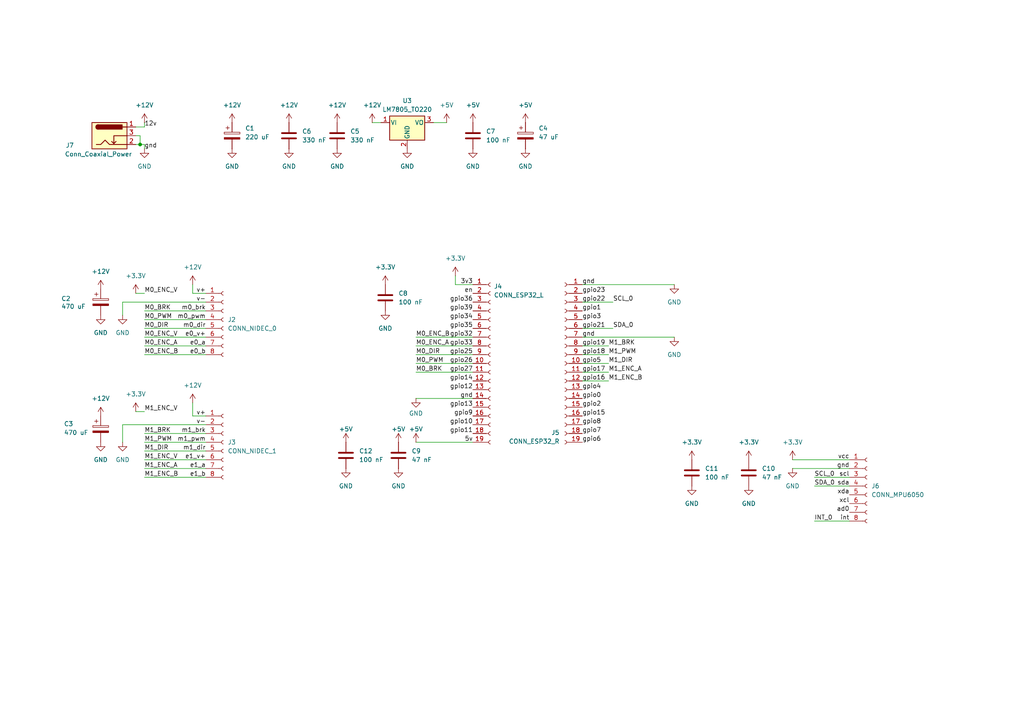
<source format=kicad_sch>
(kicad_sch (version 20250114) (generator "eeschema") (generator_version "9.0")
  (paper "A4")
  (lib_symbols
    (symbol "Connector:Barrel_Jack_Switch" (pin_names (hide yes))
      (property "Reference" "J" (at 0 5.334 0))
      (property "Value" "Barrel_Jack_Switch" (at 0 -5.08 0))
      (symbol "Barrel_Jack_Switch_0_1"
        (rectangle (start -5.08 3.81) (end 5.08 -3.81) (stroke (width 0.254)) (fill (type background)))
        (polyline (pts (xy -3.81 -2.54) (xy -2.54 -2.54) (xy -1.27 -1.27) (xy 0 -2.54) (xy 2.54 -2.54) (xy 5.08 -2.54)) (stroke (width 0.254)))
        (arc (start -3.302 1.905) (mid -3.9343 2.54) (end -3.302 3.175) (stroke (width 0.254)))
        (arc (start -3.302 1.905) (mid -3.9343 2.54) (end -3.302 3.175) (stroke (width 0.254)) (fill (type outline)))
        (polyline (pts (xy 1.27 -2.286) (xy 1.905 -1.651)) (stroke (width 0.254)))
        (rectangle (start 3.683 3.175) (end -3.302 1.905) (stroke (width 0.254)) (fill (type outline)))
        (polyline (pts (xy 5.08 2.54) (xy 3.81 2.54)) (stroke (width 0.254)))
        (polyline (pts (xy 5.08 0) (xy 1.27 0) (xy 1.27 -2.286) (xy 0.635 -1.651)) (stroke (width 0.254)))
      )
      (symbol "Barrel_Jack_Switch_1_1"
        (pin passive line (at 7.62 2.54 180) (length 2.54) (name "~") (number "1"))
        (pin passive line (at 7.62 0 180) (length 2.54) (name "~") (number "3"))
        (pin passive line (at 7.62 -2.54 180) (length 2.54) (name "~") (number "2"))
      )
    )
    (symbol "Connector:Conn_01x08_Socket" (pin_names (offset 1.016) (hide yes))
      (property "Reference" "J" (at 0 10.16 0))
      (property "Value" "Conn_01x08_Socket" (at 0 -12.7 0))
      (symbol "Conn_01x08_Socket_1_1"
        (polyline (pts (xy -1.27 7.62) (xy -0.508 7.62)) (stroke (width 0.1524)))
        (polyline (pts (xy -1.27 5.08) (xy -0.508 5.08)) (stroke (width 0.1524)))
        (polyline (pts (xy -1.27 2.54) (xy -0.508 2.54)) (stroke (width 0.1524)))
        (polyline (pts (xy -1.27 0) (xy -0.508 0)) (stroke (width 0.1524)))
        (polyline (pts (xy -1.27 -2.54) (xy -0.508 -2.54)) (stroke (width 0.1524)))
        (polyline (pts (xy -1.27 -5.08) (xy -0.508 -5.08)) (stroke (width 0.1524)))
        (polyline (pts (xy -1.27 -7.62) (xy -0.508 -7.62)) (stroke (width 0.1524)))
        (polyline (pts (xy -1.27 -10.16) (xy -0.508 -10.16)) (stroke (width 0.1524)))
        (arc (start 0 7.112) (mid -0.5058 7.62) (end 0 8.128) (stroke (width 0.1524)))
        (arc (start 0 4.572) (mid -0.5058 5.08) (end 0 5.588) (stroke (width 0.1524)))
        (arc (start 0 2.032) (mid -0.5058 2.54) (end 0 3.048) (stroke (width 0.1524)))
        (arc (start 0 -0.508) (mid -0.5058 0) (end 0 0.508) (stroke (width 0.1524)))
        (arc (start 0 -3.048) (mid -0.5058 -2.54) (end 0 -2.032) (stroke (width 0.1524)))
        (arc (start 0 -5.588) (mid -0.5058 -5.08) (end 0 -4.572) (stroke (width 0.1524)))
        (arc (start 0 -8.128) (mid -0.5058 -7.62) (end 0 -7.112) (stroke (width 0.1524)))
        (arc (start 0 -10.668) (mid -0.5058 -10.16) (end 0 -9.652) (stroke (width 0.1524)))
        (pin passive line (at -5.08 7.62 0) (length 3.81) (name "Pin_1") (number "1"))
        (pin passive line (at -5.08 5.08 0) (length 3.81) (name "Pin_2") (number "2"))
        (pin passive line (at -5.08 2.54 0) (length 3.81) (name "Pin_3") (number "3"))
        (pin passive line (at -5.08 0 0) (length 3.81) (name "Pin_4") (number "4"))
        (pin passive line (at -5.08 -2.54 0) (length 3.81) (name "Pin_5") (number "5"))
        (pin passive line (at -5.08 -5.08 0) (length 3.81) (name "Pin_6") (number "6"))
        (pin passive line (at -5.08 -7.62 0) (length 3.81) (name "Pin_7") (number "7"))
        (pin passive line (at -5.08 -10.16 0) (length 3.81) (name "Pin_8") (number "8"))
      )
    )
    (symbol "Connector:Conn_01x19_Socket" (pin_names (offset 1.016) (hide yes))
      (property "Reference" "J" (at 0 25.4 0))
      (property "Value" "Conn_01x19_Socket" (at 0 -25.4 0))
      (symbol "Conn_01x19_Socket_1_1"
        (polyline (pts (xy -1.27 22.86) (xy -0.508 22.86)) (stroke (width 0.1524)))
        (polyline (pts (xy -1.27 20.32) (xy -0.508 20.32)) (stroke (width 0.1524)))
        (polyline (pts (xy -1.27 17.78) (xy -0.508 17.78)) (stroke (width 0.1524)))
        (polyline (pts (xy -1.27 15.24) (xy -0.508 15.24)) (stroke (width 0.1524)))
        (polyline (pts (xy -1.27 12.7) (xy -0.508 12.7)) (stroke (width 0.1524)))
        (polyline (pts (xy -1.27 10.16) (xy -0.508 10.16)) (stroke (width 0.1524)))
        (polyline (pts (xy -1.27 7.62) (xy -0.508 7.62)) (stroke (width 0.1524)))
        (polyline (pts (xy -1.27 5.08) (xy -0.508 5.08)) (stroke (width 0.1524)))
        (polyline (pts (xy -1.27 2.54) (xy -0.508 2.54)) (stroke (width 0.1524)))
        (polyline (pts (xy -1.27 0) (xy -0.508 0)) (stroke (width 0.1524)))
        (polyline (pts (xy -1.27 -2.54) (xy -0.508 -2.54)) (stroke (width 0.1524)))
        (polyline (pts (xy -1.27 -5.08) (xy -0.508 -5.08)) (stroke (width 0.1524)))
        (polyline (pts (xy -1.27 -7.62) (xy -0.508 -7.62)) (stroke (width 0.1524)))
        (polyline (pts (xy -1.27 -10.16) (xy -0.508 -10.16)) (stroke (width 0.1524)))
        (polyline (pts (xy -1.27 -12.7) (xy -0.508 -12.7)) (stroke (width 0.1524)))
        (polyline (pts (xy -1.27 -15.24) (xy -0.508 -15.24)) (stroke (width 0.1524)))
        (polyline (pts (xy -1.27 -17.78) (xy -0.508 -17.78)) (stroke (width 0.1524)))
        (polyline (pts (xy -1.27 -20.32) (xy -0.508 -20.32)) (stroke (width 0.1524)))
        (polyline (pts (xy -1.27 -22.86) (xy -0.508 -22.86)) (stroke (width 0.1524)))
        (arc (start 0 22.352) (mid -0.5058 22.86) (end 0 23.368) (stroke (width 0.1524)))
        (arc (start 0 19.812) (mid -0.5058 20.32) (end 0 20.828) (stroke (width 0.1524)))
        (arc (start 0 17.272) (mid -0.5058 17.78) (end 0 18.288) (stroke (width 0.1524)))
        (arc (start 0 14.732) (mid -0.5058 15.24) (end 0 15.748) (stroke (width 0.1524)))
        (arc (start 0 12.192) (mid -0.5058 12.7) (end 0 13.208) (stroke (width 0.1524)))
        (arc (start 0 9.652) (mid -0.5058 10.16) (end 0 10.668) (stroke (width 0.1524)))
        (arc (start 0 7.112) (mid -0.5058 7.62) (end 0 8.128) (stroke (width 0.1524)))
        (arc (start 0 4.572) (mid -0.5058 5.08) (end 0 5.588) (stroke (width 0.1524)))
        (arc (start 0 2.032) (mid -0.5058 2.54) (end 0 3.048) (stroke (width 0.1524)))
        (arc (start 0 -0.508) (mid -0.5058 0) (end 0 0.508) (stroke (width 0.1524)))
        (arc (start 0 -3.048) (mid -0.5058 -2.54) (end 0 -2.032) (stroke (width 0.1524)))
        (arc (start 0 -5.588) (mid -0.5058 -5.08) (end 0 -4.572) (stroke (width 0.1524)))
        (arc (start 0 -8.128) (mid -0.5058 -7.62) (end 0 -7.112) (stroke (width 0.1524)))
        (arc (start 0 -10.668) (mid -0.5058 -10.16) (end 0 -9.652) (stroke (width 0.1524)))
        (arc (start 0 -13.208) (mid -0.5058 -12.7) (end 0 -12.192) (stroke (width 0.1524)))
        (arc (start 0 -15.748) (mid -0.5058 -15.24) (end 0 -14.732) (stroke (width 0.1524)))
        (arc (start 0 -18.288) (mid -0.5058 -17.78) (end 0 -17.272) (stroke (width 0.1524)))
        (arc (start 0 -20.828) (mid -0.5058 -20.32) (end 0 -19.812) (stroke (width 0.1524)))
        (arc (start 0 -23.368) (mid -0.5058 -22.86) (end 0 -22.352) (stroke (width 0.1524)))
        (pin passive line (at -5.08 22.86 0) (length 3.81) (name "Pin_1") (number "1"))
        (pin passive line (at -5.08 20.32 0) (length 3.81) (name "Pin_2") (number "2"))
        (pin passive line (at -5.08 17.78 0) (length 3.81) (name "Pin_3") (number "3"))
        (pin passive line (at -5.08 15.24 0) (length 3.81) (name "Pin_4") (number "4"))
        (pin passive line (at -5.08 12.7 0) (length 3.81) (name "Pin_5") (number "5"))
        (pin passive line (at -5.08 10.16 0) (length 3.81) (name "Pin_6") (number "6"))
        (pin passive line (at -5.08 7.62 0) (length 3.81) (name "Pin_7") (number "7"))
        (pin passive line (at -5.08 5.08 0) (length 3.81) (name "Pin_8") (number "8"))
        (pin passive line (at -5.08 2.54 0) (length 3.81) (name "Pin_9") (number "9"))
        (pin passive line (at -5.08 0 0) (length 3.81) (name "Pin_10") (number "10"))
        (pin passive line (at -5.08 -2.54 0) (length 3.81) (name "Pin_11") (number "11"))
        (pin passive line (at -5.08 -5.08 0) (length 3.81) (name "Pin_12") (number "12"))
        (pin passive line (at -5.08 -7.62 0) (length 3.81) (name "Pin_13") (number "13"))
        (pin passive line (at -5.08 -10.16 0) (length 3.81) (name "Pin_14") (number "14"))
        (pin passive line (at -5.08 -12.7 0) (length 3.81) (name "Pin_15") (number "15"))
        (pin passive line (at -5.08 -15.24 0) (length 3.81) (name "Pin_16") (number "16"))
        (pin passive line (at -5.08 -17.78 0) (length 3.81) (name "Pin_17") (number "17"))
        (pin passive line (at -5.08 -20.32 0) (length 3.81) (name "Pin_18") (number "18"))
        (pin passive line (at -5.08 -22.86 0) (length 3.81) (name "Pin_19") (number "19"))
      )
    )
    (symbol "Device:C" (pin_numbers (hide yes)) (pin_names (offset 0.254))
      (property "Reference" "C" (at 0.635 2.54 0))
      (property "Value" "C" (at 0.635 -2.54 0))
      (symbol "C_0_1"
        (polyline (pts (xy -2.032 0.762) (xy 2.032 0.762)) (stroke (width 0.508)))
        (polyline (pts (xy -2.032 -0.762) (xy 2.032 -0.762)) (stroke (width 0.508)))
      )
      (symbol "C_1_1"
        (pin passive line (at 0 3.81 270) (length 2.794) (name "~") (number "1"))
        (pin passive line (at 0 -3.81 90) (length 2.794) (name "~") (number "2"))
      )
    )
    (symbol "Device:C_Polarized" (pin_numbers (hide yes)) (pin_names (offset 0.254))
      (property "Reference" "C" (at 0.635 2.54 0))
      (property "Value" "C_Polarized" (at 0.635 -2.54 0))
      (symbol "C_Polarized_0_1"
        (rectangle (start -2.286 0.508) (end 2.286 1.016))
        (polyline (pts (xy -1.778 2.286) (xy -0.762 2.286)))
        (polyline (pts (xy -1.27 2.794) (xy -1.27 1.778)))
        (rectangle (start 2.286 -0.508) (end -2.286 -1.016) (fill (type outline)))
      )
      (symbol "C_Polarized_1_1"
        (pin passive line (at 0 3.81 270) (length 2.794) (name "~") (number "1"))
        (pin passive line (at 0 -3.81 90) (length 2.794) (name "~") (number "2"))
      )
    )
    (symbol "Regulator_Linear:LM7805_TO220" (pin_names (offset 0.254))
      (property "Reference" "U" (at -3.81 3.175 0))
      (property "Value" "LM7805_TO220" (at 0 3.175 0))
      (symbol "LM7805_TO220_0_1"
        (rectangle (start -5.08 1.905) (end 5.08 -5.08) (stroke (width 0.254)) (fill (type background)))
      )
      (symbol "LM7805_TO220_1_1"
        (pin power_in line (at -7.62 0 0) (length 2.54) (name "VI") (number "1"))
        (pin power_in line (at 0 -7.62 90) (length 2.54) (name "GND") (number "2"))
        (pin power_out line (at 7.62 0 180) (length 2.54) (name "VO") (number "3"))
      )
    )
    (symbol "power:+12V" (power) (pin_numbers (hide yes)) (pin_names (offset 0) (hide yes))
      (property "Value" "+12V" (at 0 3.556 0))
      (symbol "+12V_0_1"
        (polyline (pts (xy -0.762 1.27) (xy 0 2.54)))
        (polyline (pts (xy 0 2.54) (xy 0.762 1.27)))
        (polyline (pts (xy 0 0) (xy 0 2.54)))
      )
      (symbol "+12V_1_1"
        (pin power_in line (at 0 0 90) (length 0) (name "~") (number "1"))
      )
    )
    (symbol "power:+3.3V" (power) (pin_numbers (hide yes)) (pin_names (offset 0) (hide yes))
      (property "Value" "+3.3V" (at 0 3.556 0))
      (symbol "+3.3V_0_1"
        (polyline (pts (xy -0.762 1.27) (xy 0 2.54)))
        (polyline (pts (xy 0 2.54) (xy 0.762 1.27)))
        (polyline (pts (xy 0 0) (xy 0 2.54)))
      )
      (symbol "+3.3V_1_1"
        (pin power_in line (at 0 0 90) (length 0) (name "~") (number "1"))
      )
    )
    (symbol "power:+5V" (power) (pin_numbers (hide yes)) (pin_names (offset 0) (hide yes))
      (property "Value" "+5V" (at 0 3.556 0))
      (symbol "+5V_0_1"
        (polyline (pts (xy -0.762 1.27) (xy 0 2.54)))
        (polyline (pts (xy 0 2.54) (xy 0.762 1.27)))
        (polyline (pts (xy 0 0) (xy 0 2.54)))
      )
      (symbol "+5V_1_1"
        (pin power_in line (at 0 0 90) (length 0) (name "~") (number "1"))
      )
    )
    (symbol "power:GND" (power) (pin_numbers (hide yes)) (pin_names (offset 0) (hide yes))
      (property "Value" "GND" (at 0 -3.81 0))
      (symbol "GND_0_1"
        (polyline (pts (xy 0 0) (xy 0 -1.27) (xy 1.27 -1.27) (xy 0 -2.54) (xy -1.27 -1.27) (xy 0 -1.27)))
      )
      (symbol "GND_1_1"
        (pin power_in line (at 0 0 270) (length 0) (name "~") (number "1"))
      )
    )
  )
  (junction (at 40.64 41.91))
  (wire (pts (xy 39.37 39.37) (xy 40.64 39.37)))
  (wire (pts (xy 41.91 102.87) (xy 59.69 102.87)))
  (wire (pts (xy 41.91 41.91) (xy 40.64 41.91)))
  (wire (pts (xy 236.22 140.97) (xy 246.38 140.97)))
  (wire (pts (xy 41.91 97.79) (xy 59.69 97.79)))
  (wire (pts (xy 41.91 85.09) (xy 39.37 85.09)))
  (wire (pts (xy 168.91 102.87) (xy 176.53 102.87)))
  (wire (pts (xy 120.65 115.57) (xy 137.16 115.57)))
  (wire (pts (xy 168.91 97.79) (xy 195.58 97.79)))
  (wire (pts (xy 41.91 95.25) (xy 59.69 95.25)))
  (wire (pts (xy 132.08 80.01) (xy 132.08 82.55)))
  (wire (pts (xy 120.65 128.27) (xy 137.16 128.27)))
  (wire (pts (xy 35.56 123.19) (xy 59.69 123.19)))
  (wire (pts (xy 41.91 100.33) (xy 59.69 100.33)))
  (wire (pts (xy 168.91 105.41) (xy 176.53 105.41)))
  (wire (pts (xy 41.91 135.89) (xy 59.69 135.89)))
  (wire (pts (xy 41.91 36.83) (xy 41.91 35.56)))
  (wire (pts (xy 168.91 107.95) (xy 176.53 107.95)))
  (wire (pts (xy 55.88 82.55) (xy 55.88 85.09)))
  (wire (pts (xy 55.88 85.09) (xy 59.69 85.09)))
  (wire (pts (xy 120.65 102.87) (xy 137.16 102.87)))
  (wire (pts (xy 41.91 133.35) (xy 59.69 133.35)))
  (wire (pts (xy 168.91 87.63) (xy 177.8 87.63)))
  (wire (pts (xy 120.65 97.79) (xy 137.16 97.79)))
  (wire (pts (xy 168.91 95.25) (xy 177.8 95.25)))
  (wire (pts (xy 41.91 119.38) (xy 39.37 119.38)))
  (wire (pts (xy 39.37 41.91) (xy 40.64 41.91)))
  (wire (pts (xy 41.91 128.27) (xy 59.69 128.27)))
  (wire (pts (xy 120.65 100.33) (xy 137.16 100.33)))
  (wire (pts (xy 55.88 120.65) (xy 59.69 120.65)))
  (wire (pts (xy 41.91 125.73) (xy 59.69 125.73)))
  (wire (pts (xy 41.91 90.17) (xy 59.69 90.17)))
  (wire (pts (xy 168.91 82.55) (xy 195.58 82.55)))
  (wire (pts (xy 168.91 110.49) (xy 176.53 110.49)))
  (wire (pts (xy 55.88 116.84) (xy 55.88 120.65)))
  (wire (pts (xy 107.95 35.56) (xy 110.49 35.56)))
  (wire (pts (xy 35.56 87.63) (xy 59.69 87.63)))
  (wire (pts (xy 120.65 105.41) (xy 137.16 105.41)))
  (wire (pts (xy 35.56 128.27) (xy 35.56 123.19)))
  (wire (pts (xy 229.87 135.89) (xy 246.38 135.89)))
  (wire (pts (xy 41.91 130.81) (xy 59.69 130.81)))
  (wire (pts (xy 39.37 36.83) (xy 41.91 36.83)))
  (wire (pts (xy 168.91 100.33) (xy 176.53 100.33)))
  (wire (pts (xy 41.91 138.43) (xy 59.69 138.43)))
  (wire (pts (xy 120.65 107.95) (xy 137.16 107.95)))
  (wire (pts (xy 236.22 138.43) (xy 246.38 138.43)))
  (wire (pts (xy 41.91 92.71) (xy 59.69 92.71)))
  (wire (pts (xy 236.22 151.13) (xy 246.38 151.13)))
  (wire (pts (xy 132.08 82.55) (xy 137.16 82.55)))
  (wire (pts (xy 41.91 41.91) (xy 41.91 43.18)))
  (wire (pts (xy 229.87 133.35) (xy 246.38 133.35)))
  (wire (pts (xy 40.64 39.37) (xy 40.64 41.91)))
  (wire (pts (xy 125.73 35.56) (xy 129.54 35.56)))
  (wire (pts (xy 35.56 91.44) (xy 35.56 87.63)))
  (label "gpio13" (at 137.16 118.11 180))
  (label "gpio36" (at 137.16 87.63 180))
  (label "SCL_0" (at 236.22 138.43 0))
  (label "m0_pwm" (at 59.69 92.71 180))
  (label "m1_dir" (at 59.69 130.81 180))
  (label "gnd" (at 168.91 97.79 0))
  (label "gpio33" (at 137.16 100.33 180))
  (label "3v3" (at 137.16 82.55 180))
  (label "gpio22" (at 168.91 87.63 0))
  (label "M0_PWM" (at 120.65 105.41 0))
  (label "gnd" (at 246.38 135.89 180))
  (label "M0_ENC_V" (at 41.91 97.79 0))
  (label "M1_ENC_B" (at 176.53 110.49 0))
  (label "e0_v+" (at 59.69 97.79 180))
  (label "xda" (at 246.38 143.51 180))
  (label "M0_ENC_B" (at 120.65 97.79 0))
  (label "gpio12" (at 137.16 113.03 180))
  (label "gnd" (at 168.91 82.55 0))
  (label "gpio32" (at 137.16 97.79 180))
  (label "gpio14" (at 137.16 110.49 180))
  (label "M1_DIR" (at 176.53 105.41 0))
  (label "M1_ENC_B" (at 41.91 138.43 0))
  (label "gpio17" (at 168.91 107.95 0))
  (label "M1_PWM" (at 176.53 102.87 0))
  (label "SDA_0" (at 177.8 95.25 0))
  (label "5v" (at 137.16 128.27 180))
  (label "M0_BRK" (at 41.91 90.17 0))
  (label "INT_0" (at 236.22 151.13 0))
  (label "e1_v+" (at 59.69 133.35 180))
  (label "M0_ENC_A" (at 41.91 100.33 0))
  (label "v-" (at 59.69 87.63 180))
  (label "M1_PWM" (at 41.91 128.27 0))
  (label "gnd" (at 137.16 115.57 180))
  (label "gpio1" (at 168.91 90.17 0))
  (label "scl" (at 246.38 138.43 180))
  (label "M0_ENC_V" (at 41.91 85.09 0))
  (label "gpio5" (at 168.91 105.41 0))
  (label "gpio8" (at 168.91 123.19 0))
  (label "M1_ENC_V" (at 41.91 119.38 0))
  (label "gpio39" (at 137.16 90.17 180))
  (label "e1_b" (at 59.69 138.43 180))
  (label "M0_DIR" (at 41.91 95.25 0))
  (label "gnd" (at 41.91 43.18 0))
  (label "ad0" (at 246.38 148.59 180))
  (label "m0_brk" (at 59.69 90.17 180))
  (label "M0_ENC_B" (at 41.91 102.87 0))
  (label "e0_a" (at 59.69 100.33 180))
  (label "M1_ENC_A" (at 41.91 135.89 0))
  (label "gpio3" (at 168.91 92.71 0))
  (label "gpio35" (at 137.16 95.25 180))
  (label "e1_a" (at 59.69 135.89 180))
  (label "gpio23" (at 168.91 85.09 0))
  (label "en" (at 137.16 85.09 180))
  (label "gpio4" (at 168.91 113.03 0))
  (label "SCL_0" (at 177.8 87.63 0))
  (label "M1_BRK" (at 176.53 100.33 0))
  (label "gpio34" (at 137.16 92.71 180))
  (label "M1_ENC_A" (at 176.53 107.95 0))
  (label "v+" (at 59.69 85.09 180))
  (label "M0_DIR" (at 120.65 102.87 0))
  (label "gpio7" (at 168.91 125.73 0))
  (label "gpio11" (at 137.16 125.73 180))
  (label "m1_pwm" (at 59.69 128.27 180))
  (label "M0_ENC_A" (at 120.65 100.33 0))
  (label "gpio25" (at 137.16 102.87 180))
  (label "xcl" (at 246.38 146.05 180))
  (label "gpio21" (at 168.91 95.25 0))
  (label "gpio16" (at 168.91 110.49 0))
  (label "v-" (at 59.69 123.19 180))
  (label "gpio0" (at 168.91 115.57 0))
  (label "gpio19" (at 168.91 100.33 0))
  (label "M1_ENC_V" (at 41.91 133.35 0))
  (label "gpio6" (at 168.91 128.27 0))
  (label "gpio26" (at 137.16 105.41 180))
  (label "v+" (at 59.69 120.65 180))
  (label "gpio18" (at 168.91 102.87 0))
  (label "int" (at 246.38 151.13 180))
  (label "m1_brk" (at 59.69 125.73 180))
  (label "sda" (at 246.38 140.97 180))
  (label "SDA_0" (at 236.22 140.97 0))
  (label "M0_BRK" (at 120.65 107.95 0))
  (label "gpio27" (at 137.16 107.95 180))
  (label "12v" (at 41.91 36.83 0))
  (label "vcc" (at 246.38 133.35 180))
  (label "M0_PWM" (at 41.91 92.71 0))
  (label "e0_b" (at 59.69 102.87 180))
  (label "M1_BRK" (at 41.91 125.73 0))
  (label "m0_dir" (at 59.69 95.25 180))
  (label "gpio2" (at 168.91 118.11 0))
  (label "gpio15" (at 168.91 120.65 0))
  (label "M1_DIR" (at 41.91 130.81 0))
  (label "gpio9" (at 137.16 120.65 180))
  (label "gpio10" (at 137.16 123.19 180))
  (symbol (lib_id "Device:C") (at 115.57 132.08 0) (unit 1)
    (property "Reference" "C9" (at 119.38 130.8099 0) (effects (justify left)))
    (property "Value" "47 nF" (at 119.38 133.3499 0) (effects (justify left)))
    (property "Footprint" "Capacitor_THT:C_Disc_D3.0mm_W2.0mm_P2.50mm" (effects (hide yes)))
    (property "Description" "Unpolarized capacitor" (effects (hide yes)))
  )
  (symbol (lib_id "Device:C") (at 137.16 39.37 0) (unit 1)
    (property "Reference" "C7" (at 140.97 38.0999 0) (effects (justify left)))
    (property "Value" "100 nF" (at 140.97 40.6399 0) (effects (justify left)))
    (property "Footprint" "Capacitor_THT:C_Disc_D3.0mm_W2.0mm_P2.50mm" (effects (hide yes)))
    (property "Description" "Unpolarized capacitor" (effects (hide yes)))
  )
  (symbol (lib_id "Device:C") (at 217.17 137.16 0) (unit 1)
    (property "Reference" "C10" (at 220.98 135.8899 0) (effects (justify left)))
    (property "Value" "47 nF" (at 220.98 138.4299 0) (effects (justify left)))
    (property "Footprint" "Capacitor_THT:C_Disc_D3.0mm_W2.0mm_P2.50mm" (effects (hide yes)))
    (property "Description" "Unpolarized capacitor" (effects (hide yes)))
  )
  (symbol (lib_id "Connector:Conn_01x19_Socket") (at 142.24 105.41 0) (unit 1)
    (property "Reference" "J4" (at 143.256 83.058 0) (effects (justify left)))
    (property "Value" "CONN_ESP32_L" (at 143.256 85.598 0) (effects (justify left)))
    (property "Footprint" "Connector_PinSocket_2.54mm:PinSocket_1x19_P2.54mm_Vertical" (effects (hide yes)))
    (property "Description" "Generic connector, single row, 01x19, script generated" (effects (hide yes)))
  )
  (symbol (lib_id "power:+3.3V") (at 229.87 133.35 0) (unit 1)
    (property "Reference" "#PWR034" (effects (hide yes)))
    (property "Value" "+3.3V" (at 229.87 128.27 0))
    (property "Description" "Power symbol creates a global label with name \"+3.3V\"" (effects (hide yes)))
  )
  (symbol (lib_id "power:GND") (at 195.58 82.55 0) (unit 1)
    (property "Reference" "#PWR038" (effects (hide yes)))
    (property "Value" "GND" (at 195.58 87.63 0))
    (property "Description" "Power symbol creates a global label with name \"GND\" , ground" (effects (hide yes)))
  )
  (symbol (lib_id "power:GND") (at 152.4 43.18 0) (unit 1)
    (property "Reference" "#PWR06" (effects (hide yes)))
    (property "Value" "GND" (at 152.4 48.26 0))
    (property "Description" "Power symbol creates a global label with name \"GND\" , ground" (effects (hide yes)))
  )
  (symbol (lib_id "Device:C") (at 97.79 39.37 0) (unit 1)
    (property "Reference" "C5" (at 101.6 38.0999 0) (effects (justify left)))
    (property "Value" "330 nF" (at 101.6 40.6399 0) (effects (justify left)))
    (property "Footprint" "Capacitor_THT:C_Rect_L7.0mm_W2.5mm_P5.00mm" (effects (hide yes)))
    (property "Description" "Unpolarized capacitor" (effects (hide yes)))
  )
  (symbol (lib_id "power:+5V") (at 115.57 128.27 0) (unit 1)
    (property "Reference" "#PWR028" (effects (hide yes)))
    (property "Value" "+5V" (at 115.57 124.46 0))
    (property "Description" "Power symbol creates a global label with name \"+5V\"" (effects (hide yes)))
  )
  (symbol (lib_id "power:+12V") (at 83.82 35.56 0) (unit 1)
    (property "Reference" "#PWR019" (effects (hide yes)))
    (property "Value" "+12V" (at 83.82 30.48 0))
    (property "Description" "Power symbol creates a global label with name \"+12V\"" (effects (hide yes)))
  )
  (symbol (lib_id "power:GND") (at 217.17 140.97 0) (unit 1)
    (property "Reference" "#PWR012" (effects (hide yes)))
    (property "Value" "GND" (at 217.17 146.05 0))
    (property "Description" "Power symbol creates a global label with name \"GND\" , ground" (effects (hide yes)))
  )
  (symbol (lib_id "power:GND") (at 41.91 43.18 0) (mirror y) (unit 1)
    (property "Reference" "#PWR023" (effects (hide yes)))
    (property "Value" "GND" (at 41.91 48.26 0))
    (property "Description" "Power symbol creates a global label with name \"GND\" , ground" (effects (hide yes)))
  )
  (symbol (lib_id "power:+5V") (at 100.33 128.27 0) (unit 1)
    (property "Reference" "#PWR027" (effects (hide yes)))
    (property "Value" "+5V" (at 100.33 124.46 0))
    (property "Description" "Power symbol creates a global label with name \"+5V\"" (effects (hide yes)))
  )
  (symbol (lib_id "Device:C_Polarized") (at 29.21 87.63 0) (unit 1)
    (property "Reference" "C2" (at 17.78 86.614 0) (effects (justify left)))
    (property "Value" "470 uF" (at 17.78 88.9 0) (effects (justify left)))
    (property "Footprint" "Capacitor_THT:CP_Radial_D10.0mm_P5.00mm" (effects (hide yes)))
    (property "Description" "Polarized capacitor" (effects (hide yes)))
  )
  (symbol (lib_id "Connector:Barrel_Jack_Switch") (at 31.75 39.37 0) (unit 1)
    (property "Reference" "J7" (at 19.05 42.164 0) (effects (justify left)))
    (property "Value" "Conn_Coaxial_Power" (at 18.796 44.704 0) (effects (justify left)))
    (property "Footprint" "Connector_BarrelJack:BarrelJack_Horizontal" (effects (hide yes)))
    (property "Description" "DC Barrel Jack with an internal switch" (effects (hide yes)))
  )
  (symbol (lib_id "power:GND") (at 200.66 140.97 0) (unit 1)
    (property "Reference" "#PWR011" (effects (hide yes)))
    (property "Value" "GND" (at 200.66 146.05 0))
    (property "Description" "Power symbol creates a global label with name \"GND\" , ground" (effects (hide yes)))
  )
  (symbol (lib_id "power:+12V") (at 55.88 82.55 0) (unit 1)
    (property "Reference" "#PWR014" (effects (hide yes)))
    (property "Value" "+12V" (at 55.88 77.47 0))
    (property "Description" "Power symbol creates a global label with name \"+12V\"" (effects (hide yes)))
  )
  (symbol (lib_id "power:+5V") (at 39.37 119.38 0) (unit 1)
    (property "Reference" "#PWR041" (effects (hide yes)))
    (property "Value" "+3.3V" (at 39.37 114.3 0))
    (property "Description" "Power symbol creates a global label with name \"+5V\"" (effects (hide yes)))
  )
  (symbol (lib_id "Connector:Conn_01x08_Socket") (at 64.77 92.71 0) (unit 1)
    (property "Reference" "J2" (at 66.04 92.7099 0) (effects (justify left)))
    (property "Value" "CONN_NIDEC_0" (at 66.04 95.2499 0) (effects (justify left)))
    (property "Footprint" "Connector_JST:JST_EH_B8B-EH-A_1x08_P2.50mm_Vertical" (effects (hide yes)))
  )
  (symbol (lib_id "power:GND") (at 137.16 43.18 0) (unit 1)
    (property "Reference" "#PWR05" (effects (hide yes)))
    (property "Value" "GND" (at 137.16 48.26 0))
    (property "Description" "Power symbol creates a global label with name \"GND\" , ground" (effects (hide yes)))
  )
  (symbol (lib_id "power:+12V") (at 55.88 116.84 0) (unit 1)
    (property "Reference" "#PWR016" (effects (hide yes)))
    (property "Value" "+12V" (at 55.88 111.76 0))
    (property "Description" "Power symbol creates a global label with name \"+12V\"" (effects (hide yes)))
  )
  (symbol (lib_id "power:+3.3V") (at 217.17 133.35 0) (unit 1)
    (property "Reference" "#PWR033" (effects (hide yes)))
    (property "Value" "+3.3V" (at 217.17 128.27 0))
    (property "Description" "Power symbol creates a global label with name \"+3.3V\"" (effects (hide yes)))
  )
  (symbol (lib_id "Device:C") (at 83.82 39.37 0) (unit 1)
    (property "Reference" "C6" (at 87.63 38.0999 0) (effects (justify left)))
    (property "Value" "330 nF" (at 87.63 40.6399 0) (effects (justify left)))
    (property "Footprint" "Capacitor_THT:C_Rect_L7.0mm_W2.5mm_P5.00mm" (effects (hide yes)))
    (property "Description" "Unpolarized capacitor" (effects (hide yes)))
  )
  (symbol (lib_id "power:GND") (at 229.87 135.89 0) (unit 1)
    (property "Reference" "#PWR040" (effects (hide yes)))
    (property "Value" "GND" (at 229.87 140.97 0))
    (property "Description" "Power symbol creates a global label with name \"GND\" , ground" (effects (hide yes)))
  )
  (symbol (lib_id "Device:C") (at 200.66 137.16 0) (unit 1)
    (property "Reference" "C11" (at 204.47 135.8899 0) (effects (justify left)))
    (property "Value" "100 nF" (at 204.47 138.4299 0) (effects (justify left)))
    (property "Footprint" "Capacitor_THT:C_Disc_D3.0mm_W2.0mm_P2.50mm" (effects (hide yes)))
    (property "Description" "Unpolarized capacitor" (effects (hide yes)))
  )
  (symbol (lib_id "power:+3.3V") (at 111.76 82.55 0) (unit 1)
    (property "Reference" "#PWR030" (effects (hide yes)))
    (property "Value" "+3.3V" (at 111.76 77.47 0))
    (property "Description" "Power symbol creates a global label with name \"+3.3V\"" (effects (hide yes)))
  )
  (symbol (lib_id "power:+12V") (at 29.21 83.82 0) (unit 1)
    (property "Reference" "#PWR013" (effects (hide yes)))
    (property "Value" "+12V" (at 29.21 78.74 0))
    (property "Description" "Power symbol creates a global label with name \"+12V\"" (effects (hide yes)))
  )
  (symbol (lib_id "power:+5V") (at 129.54 35.56 0) (unit 1)
    (property "Reference" "#PWR024" (effects (hide yes)))
    (property "Value" "+5V" (at 129.54 30.48 0))
    (property "Description" "Power symbol creates a global label with name \"+5V\"" (effects (hide yes)))
  )
  (symbol (lib_id "power:+5V") (at 39.37 85.09 0) (unit 1)
    (property "Reference" "#PWR042" (effects (hide yes)))
    (property "Value" "+3.3V" (at 39.37 80.01 0))
    (property "Description" "Power symbol creates a global label with name \"+5V\"" (effects (hide yes)))
  )
  (symbol (lib_id "Regulator_Linear:LM7805_TO220") (at 118.11 35.56 0) (unit 1)
    (property "Reference" "U3" (at 118.11 29.21 0))
    (property "Value" "LM7805_TO220" (at 118.11 31.75 0))
    (property "Footprint" "Package_TO_SOT_THT:TO-220-3_Vertical" (effects (hide yes)))
    (property "Datasheet" "https://www.onsemi.cn/PowerSolutions/document/MC7800-D.PDF" (effects (hide yes)))
    (property "Description" "Positive 1A 35V Linear Regulator, Fixed Output 5V, TO-220" (effects (hide yes)))
  )
  (symbol (lib_id "Device:C_Polarized") (at 152.4 39.37 0) (unit 1)
    (property "Reference" "C4" (at 156.21 37.2109 0) (effects (justify left)))
    (property "Value" "47 uF" (at 156.21 39.7509 0) (effects (justify left)))
    (property "Footprint" "Capacitor_THT:CP_Radial_D6.3mm_P2.50mm" (effects (hide yes)))
    (property "Description" "Polarized capacitor" (effects (hide yes)))
  )
  (symbol (lib_id "power:+12V") (at 29.21 120.65 0) (unit 1)
    (property "Reference" "#PWR015" (effects (hide yes)))
    (property "Value" "+12V" (at 29.21 115.57 0))
    (property "Description" "Power symbol creates a global label with name \"+12V\"" (effects (hide yes)))
  )
  (symbol (lib_id "power:GND") (at 115.57 135.89 0) (unit 1)
    (property "Reference" "#PWR010" (effects (hide yes)))
    (property "Value" "GND" (at 115.57 140.97 0))
    (property "Description" "Power symbol creates a global label with name \"GND\" , ground" (effects (hide yes)))
  )
  (symbol (lib_id "power:GND") (at 29.21 91.44 0) (unit 1)
    (property "Reference" "#PWR01" (effects (hide yes)))
    (property "Value" "GND" (at 29.21 96.52 0))
    (property "Description" "Power symbol creates a global label with name \"GND\" , ground" (effects (hide yes)))
  )
  (symbol (lib_id "power:GND") (at 35.56 128.27 0) (unit 1)
    (property "Reference" "#PWR036" (effects (hide yes)))
    (property "Value" "GND" (at 35.56 133.35 0))
    (property "Description" "Power symbol creates a global label with name \"GND\" , ground" (effects (hide yes)))
  )
  (symbol (lib_id "Connector:Conn_01x08_Socket") (at 64.77 128.27 0) (unit 1)
    (property "Reference" "J3" (at 66.04 128.2699 0) (effects (justify left)))
    (property "Value" "CONN_NIDEC_1" (at 66.04 130.8099 0) (effects (justify left)))
    (property "Footprint" "Connector_JST:JST_EH_B8B-EH-A_1x08_P2.50mm_Vertical" (effects (hide yes)))
  )
  (symbol (lib_id "power:GND") (at 195.58 97.79 0) (unit 1)
    (property "Reference" "#PWR039" (effects (hide yes)))
    (property "Value" "GND" (at 195.58 102.87 0))
    (property "Description" "Power symbol creates a global label with name \"GND\" , ground" (effects (hide yes)))
  )
  (symbol (lib_id "Device:C_Polarized") (at 29.21 124.46 0) (unit 1)
    (property "Reference" "C3" (at 18.542 122.936 0) (effects (justify left)))
    (property "Value" "470 uF" (at 18.542 125.476 0) (effects (justify left)))
    (property "Footprint" "Capacitor_THT:CP_Radial_D10.0mm_P5.00mm" (effects (hide yes)))
    (property "Description" "Polarized capacitor" (effects (hide yes)))
  )
  (symbol (lib_id "power:GND") (at 35.56 91.44 0) (unit 1)
    (property "Reference" "#PWR035" (effects (hide yes)))
    (property "Value" "GND" (at 35.56 96.52 0))
    (property "Description" "Power symbol creates a global label with name \"GND\" , ground" (effects (hide yes)))
  )
  (symbol (lib_id "power:GND") (at 118.11 43.18 0) (unit 1)
    (property "Reference" "#PWR07" (effects (hide yes)))
    (property "Value" "GND" (at 118.11 48.26 0))
    (property "Description" "Power symbol creates a global label with name \"GND\" , ground" (effects (hide yes)))
  )
  (symbol (lib_id "power:GND") (at 67.31 43.18 0) (unit 1)
    (property "Reference" "#PWR04" (effects (hide yes)))
    (property "Value" "GND" (at 67.31 48.26 0))
    (property "Description" "Power symbol creates a global label with name \"GND\" , ground" (effects (hide yes)))
  )
  (symbol (lib_id "power:+12V") (at 41.91 35.56 0) (mirror y) (unit 1)
    (property "Reference" "#PWR017" (effects (hide yes)))
    (property "Value" "+12V" (at 41.91 30.48 0))
    (property "Description" "Power symbol creates a global label with name \"+12V\"" (effects (hide yes)))
  )
  (symbol (lib_id "power:+12V") (at 67.31 35.56 0) (unit 1)
    (property "Reference" "#PWR018" (effects (hide yes)))
    (property "Value" "+12V" (at 67.31 30.48 0))
    (property "Description" "Power symbol creates a global label with name \"+12V\"" (effects (hide yes)))
  )
  (symbol (lib_id "power:GND") (at 29.21 128.27 0) (unit 1)
    (property "Reference" "#PWR08" (effects (hide yes)))
    (property "Value" "GND" (at 29.21 133.35 0))
    (property "Description" "Power symbol creates a global label with name \"GND\" , ground" (effects (hide yes)))
  )
  (symbol (lib_id "power:+12V") (at 97.79 35.56 0) (unit 1)
    (property "Reference" "#PWR020" (effects (hide yes)))
    (property "Value" "+12V" (at 97.79 30.48 0))
    (property "Description" "Power symbol creates a global label with name \"+12V\"" (effects (hide yes)))
  )
  (symbol (lib_id "power:+3.3V") (at 200.66 133.35 0) (unit 1)
    (property "Reference" "#PWR032" (effects (hide yes)))
    (property "Value" "+3.3V" (at 200.66 128.27 0))
    (property "Description" "Power symbol creates a global label with name \"+3.3V\"" (effects (hide yes)))
  )
  (symbol (lib_id "power:GND") (at 83.82 43.18 0) (unit 1)
    (property "Reference" "#PWR02" (effects (hide yes)))
    (property "Value" "GND" (at 83.82 48.26 0))
    (property "Description" "Power symbol creates a global label with name \"GND\" , ground" (effects (hide yes)))
  )
  (symbol (lib_id "power:+5V") (at 152.4 35.56 0) (unit 1)
    (property "Reference" "#PWR026" (effects (hide yes)))
    (property "Value" "+5V" (at 152.4 30.48 0))
    (property "Description" "Power symbol creates a global label with name \"+5V\"" (effects (hide yes)))
  )
  (symbol (lib_id "power:+12V") (at 107.95 35.56 0) (unit 1)
    (property "Reference" "#PWR021" (effects (hide yes)))
    (property "Value" "+12V" (at 107.95 30.48 0))
    (property "Description" "Power symbol creates a global label with name \"+12V\"" (effects (hide yes)))
  )
  (symbol (lib_id "power:+3.3V") (at 132.08 80.01 0) (unit 1)
    (property "Reference" "#PWR031" (effects (hide yes)))
    (property "Value" "+3.3V" (at 132.08 74.93 0))
    (property "Description" "Power symbol creates a global label with name \"+3.3V\"" (effects (hide yes)))
  )
  (symbol (lib_id "power:GND") (at 111.76 90.17 0) (unit 1)
    (property "Reference" "#PWR09" (effects (hide yes)))
    (property "Value" "GND" (at 111.76 95.25 0))
    (property "Description" "Power symbol creates a global label with name \"GND\" , ground" (effects (hide yes)))
  )
  (symbol (lib_id "power:GND") (at 97.79 43.18 0) (unit 1)
    (property "Reference" "#PWR03" (effects (hide yes)))
    (property "Value" "GND" (at 97.79 48.26 0))
    (property "Description" "Power symbol creates a global label with name \"GND\" , ground" (effects (hide yes)))
  )
  (symbol (lib_id "power:GND") (at 120.65 115.57 0) (unit 1)
    (property "Reference" "#PWR037" (effects (hide yes)))
    (property "Value" "GND" (at 120.65 119.888 0))
    (property "Description" "Power symbol creates a global label with name \"GND\" , ground" (effects (hide yes)))
  )
  (symbol (lib_id "power:+5V") (at 137.16 35.56 0) (unit 1)
    (property "Reference" "#PWR025" (effects (hide yes)))
    (property "Value" "+5V" (at 137.16 30.48 0))
    (property "Description" "Power symbol creates a global label with name \"+5V\"" (effects (hide yes)))
  )
  (symbol (lib_id "power:+5V") (at 120.65 128.27 0) (unit 1)
    (property "Reference" "#PWR029" (effects (hide yes)))
    (property "Value" "+5V" (at 120.65 124.46 0))
    (property "Description" "Power symbol creates a global label with name \"+5V\"" (effects (hide yes)))
  )
  (symbol (lib_id "Connector:Conn_01x19_Socket") (at 163.83 105.41 0) (mirror y) (unit 1)
    (property "Reference" "J5" (at 162.306 125.476 0) (effects (justify left)))
    (property "Value" "CONN_ESP32_R" (at 162.306 128.016 0) (effects (justify left)))
    (property "Footprint" "Connector_PinSocket_2.54mm:PinSocket_1x19_P2.54mm_Vertical" (effects (hide yes)))
    (property "Description" "Generic connector, single row, 01x19, script generated" (effects (hide yes)))
  )
  (symbol (lib_id "power:GND") (at 100.33 135.89 0) (unit 1)
    (property "Reference" "#PWR022" (effects (hide yes)))
    (property "Value" "GND" (at 100.33 140.97 0))
    (property "Description" "Power symbol creates a global label with name \"GND\" , ground" (effects (hide yes)))
  )
  (symbol (lib_id "Device:C") (at 111.76 86.36 0) (unit 1)
    (property "Reference" "C8" (at 115.57 85.0899 0) (effects (justify left)))
    (property "Value" "100 nF" (at 115.57 87.6299 0) (effects (justify left)))
    (property "Footprint" "Capacitor_THT:C_Disc_D3.0mm_W2.0mm_P2.50mm" (effects (hide yes)))
    (property "Description" "Unpolarized capacitor" (effects (hide yes)))
  )
  (symbol (lib_id "Connector:Conn_01x08_Socket") (at 251.46 140.97 0) (unit 1)
    (property "Reference" "J6" (at 252.73 140.9699 0) (effects (justify left)))
    (property "Value" "CONN_MPU6050" (at 252.73 143.5099 0) (effects (justify left)))
    (property "Footprint" "Connector_PinSocket_2.54mm:PinSocket_1x08_P2.54mm_Vertical" (effects (hide yes)))
    (property "Description" "Generic connector, single row, 01x08, script generated" (effects (hide yes)))
  )
  (symbol (lib_id "Device:C") (at 100.33 132.08 0) (unit 1)
    (property "Reference" "C12" (at 104.14 130.8099 0) (effects (justify left)))
    (property "Value" "100 nF" (at 104.14 133.3499 0) (effects (justify left)))
    (property "Footprint" "Capacitor_THT:C_Disc_D3.0mm_W2.0mm_P2.50mm" (effects (hide yes)))
    (property "Description" "Unpolarized capacitor" (effects (hide yes)))
  )
  (symbol (lib_id "Device:C_Polarized") (at 67.31 39.37 0) (unit 1)
    (property "Reference" "C1" (at 71.12 37.2109 0) (effects (justify left)))
    (property "Value" "220 uF" (at 71.12 39.7509 0) (effects (justify left)))
    (property "Footprint" "Capacitor_THT:CP_Radial_D8.0mm_P3.50mm" (effects (hide yes)))
    (property "Description" "Polarized capacitor" (effects (hide yes)))
  )
)
</source>
